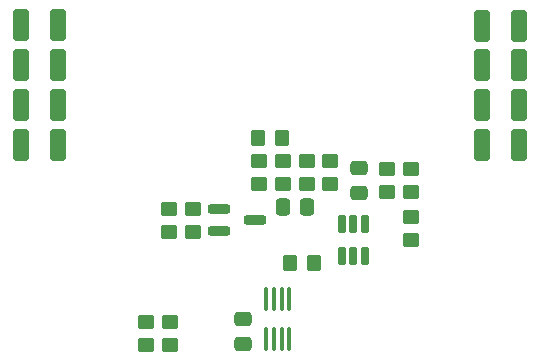
<source format=gbp>
G04 #@! TF.GenerationSoftware,KiCad,Pcbnew,9.0.1*
G04 #@! TF.CreationDate,2025-04-23T11:21:28+02:00*
G04 #@! TF.ProjectId,LTC3119-breakout,4c544333-3131-4392-9d62-7265616b6f75,rev?*
G04 #@! TF.SameCoordinates,Original*
G04 #@! TF.FileFunction,Paste,Bot*
G04 #@! TF.FilePolarity,Positive*
%FSLAX46Y46*%
G04 Gerber Fmt 4.6, Leading zero omitted, Abs format (unit mm)*
G04 Created by KiCad (PCBNEW 9.0.1) date 2025-04-23 11:21:28*
%MOMM*%
%LPD*%
G01*
G04 APERTURE LIST*
G04 Aperture macros list*
%AMRoundRect*
0 Rectangle with rounded corners*
0 $1 Rounding radius*
0 $2 $3 $4 $5 $6 $7 $8 $9 X,Y pos of 4 corners*
0 Add a 4 corners polygon primitive as box body*
4,1,4,$2,$3,$4,$5,$6,$7,$8,$9,$2,$3,0*
0 Add four circle primitives for the rounded corners*
1,1,$1+$1,$2,$3*
1,1,$1+$1,$4,$5*
1,1,$1+$1,$6,$7*
1,1,$1+$1,$8,$9*
0 Add four rect primitives between the rounded corners*
20,1,$1+$1,$2,$3,$4,$5,0*
20,1,$1+$1,$4,$5,$6,$7,0*
20,1,$1+$1,$6,$7,$8,$9,0*
20,1,$1+$1,$8,$9,$2,$3,0*%
G04 Aperture macros list end*
%ADD10RoundRect,0.250000X0.450000X-0.350000X0.450000X0.350000X-0.450000X0.350000X-0.450000X-0.350000X0*%
%ADD11RoundRect,0.250000X-0.450000X0.350000X-0.450000X-0.350000X0.450000X-0.350000X0.450000X0.350000X0*%
%ADD12RoundRect,0.250000X0.412500X1.100000X-0.412500X1.100000X-0.412500X-1.100000X0.412500X-1.100000X0*%
%ADD13RoundRect,0.250000X0.475000X-0.337500X0.475000X0.337500X-0.475000X0.337500X-0.475000X-0.337500X0*%
%ADD14RoundRect,0.250000X0.350000X0.450000X-0.350000X0.450000X-0.350000X-0.450000X0.350000X-0.450000X0*%
%ADD15RoundRect,0.250000X-0.412500X-1.100000X0.412500X-1.100000X0.412500X1.100000X-0.412500X1.100000X0*%
%ADD16RoundRect,0.250000X-0.475000X0.337500X-0.475000X-0.337500X0.475000X-0.337500X0.475000X0.337500X0*%
%ADD17RoundRect,0.250000X-0.350000X-0.450000X0.350000X-0.450000X0.350000X0.450000X-0.350000X0.450000X0*%
%ADD18RoundRect,0.200000X-0.750000X-0.200000X0.750000X-0.200000X0.750000X0.200000X-0.750000X0.200000X0*%
%ADD19RoundRect,0.100000X0.100000X-0.900000X0.100000X0.900000X-0.100000X0.900000X-0.100000X-0.900000X0*%
%ADD20RoundRect,0.162500X0.162500X-0.617500X0.162500X0.617500X-0.162500X0.617500X-0.162500X-0.617500X0*%
%ADD21RoundRect,0.250000X0.337500X0.475000X-0.337500X0.475000X-0.337500X-0.475000X0.337500X-0.475000X0*%
G04 APERTURE END LIST*
D10*
X150450000Y-106000000D03*
X150450000Y-104000000D03*
D11*
X130050000Y-112900000D03*
X130050000Y-114900000D03*
X128000000Y-112900000D03*
X128000000Y-114900000D03*
D12*
X159572500Y-97920000D03*
X156447500Y-97920000D03*
X159582500Y-94590000D03*
X156457500Y-94590000D03*
D11*
X141610000Y-99260000D03*
X141610000Y-101260000D03*
D13*
X146050000Y-101987500D03*
X146050000Y-99912500D03*
D10*
X150450000Y-101950000D03*
X150450000Y-99950000D03*
D11*
X139590000Y-99260000D03*
X139590000Y-101260000D03*
D14*
X139500000Y-97380000D03*
X137500000Y-97380000D03*
D11*
X148400000Y-99950000D03*
X148400000Y-101950000D03*
X143610000Y-99260000D03*
X143610000Y-101260000D03*
D12*
X159582500Y-87850000D03*
X156457500Y-87850000D03*
D15*
X117407500Y-97950000D03*
X120532500Y-97950000D03*
D16*
X136200000Y-112712500D03*
X136200000Y-114787500D03*
D17*
X140200000Y-107900000D03*
X142200000Y-107900000D03*
D12*
X159582500Y-91200000D03*
X156457500Y-91200000D03*
D18*
X134220000Y-105237500D03*
X134220000Y-103337500D03*
X137220000Y-104287500D03*
D15*
X117387500Y-94550000D03*
X120512500Y-94550000D03*
X117387500Y-87740000D03*
X120512500Y-87740000D03*
D19*
X140120000Y-114360000D03*
X139480000Y-114360000D03*
X138820000Y-114360000D03*
X138180000Y-114360000D03*
X138180000Y-110940000D03*
X138820000Y-110940000D03*
X139480000Y-110940000D03*
X140120000Y-110940000D03*
D11*
X131970000Y-103320000D03*
X131970000Y-105320000D03*
D15*
X117387500Y-91190000D03*
X120512500Y-91190000D03*
D11*
X137580000Y-99260000D03*
X137580000Y-101260000D03*
D20*
X146500000Y-107300000D03*
X145550000Y-107300000D03*
X144600000Y-107300000D03*
X144600000Y-104600000D03*
X145550000Y-104600000D03*
X146500000Y-104600000D03*
D10*
X129960000Y-105330000D03*
X129960000Y-103330000D03*
D21*
X141657500Y-103200000D03*
X139582500Y-103200000D03*
M02*

</source>
